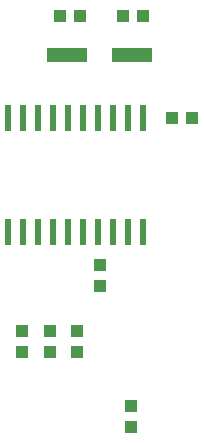
<source format=gtp>
G75*
G70*
%OFA0B0*%
%FSLAX24Y24*%
%IPPOS*%
%LPD*%
%AMOC8*
5,1,8,0,0,1.08239X$1,22.5*
%
%ADD10R,0.0236X0.0866*%
%ADD11R,0.1378X0.0472*%
%ADD12R,0.0433X0.0394*%
%ADD13R,0.0394X0.0433*%
D10*
X029317Y016750D03*
X029817Y016750D03*
X030317Y016750D03*
X030817Y016750D03*
X031317Y016750D03*
X031817Y016750D03*
X032317Y016750D03*
X032817Y016750D03*
X033317Y016750D03*
X033817Y016750D03*
X033817Y020550D03*
X033317Y020550D03*
X032817Y020550D03*
X032317Y020550D03*
X031817Y020550D03*
X031317Y020550D03*
X030817Y020550D03*
X030317Y020550D03*
X029817Y020550D03*
X029317Y020550D03*
D11*
X031284Y022650D03*
X033449Y022650D03*
D12*
X033132Y023950D03*
X033801Y023950D03*
X031701Y023950D03*
X031032Y023950D03*
X034782Y020550D03*
X035451Y020550D03*
X031617Y013435D03*
X030717Y013435D03*
X030717Y012765D03*
X031617Y012765D03*
X029767Y012765D03*
X029767Y013435D03*
X033417Y010935D03*
X033417Y010265D03*
D13*
X032367Y014965D03*
X032367Y015635D03*
M02*

</source>
